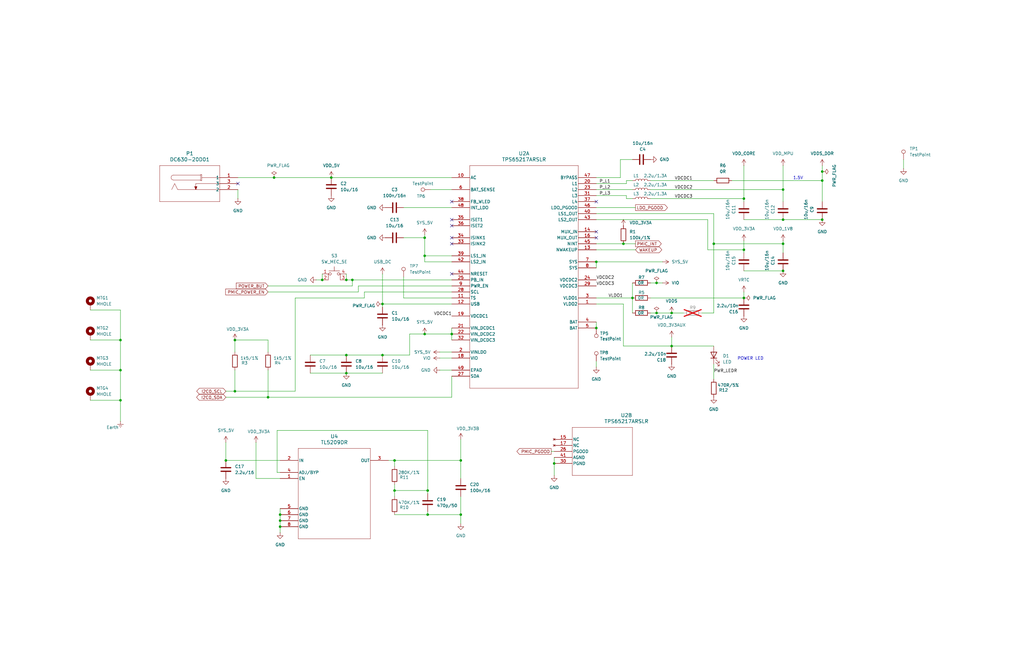
<source format=kicad_sch>
(kicad_sch (version 20231120) (generator "eeschema") (generator_version "8.0")
  (paper "B")
  (title_block (title "POWER MANAGEMENT"))
  (lib_symbols
    (symbol "2024-06-09_17-22-08:PJ-102A" (pin_names (offset 0.254))
      (property "Reference" "J" (at -20.32 10.16 0))
      (property "Value" "PJ-102A" (at -20.32 7.62 0))
      (symbol "PJ-102A_0_1"
        (pin unspecified line (at 0 0 180) (length 7.62) (name "1") (number "1"))
        (pin unspecified line (at 0 -5.08 180) (length 7.62) (name "2") (number "2"))
        (pin unspecified line (at 0 -2.54 180) (length 7.62) (name "3") (number "3"))
      )
    )
    (symbol "MT41K256M16TW-107_P:C" (pin_numbers hide) (pin_names (offset 0.254))
      (property "Reference" "C" (at 0.635 2.54 0))
      (property "Value" "C" (at 0.635 -2.54 0))
      (symbol "C_1_1"
        (pin passive line (at 0 3.81 270) (length 2.794) (name "~") (number "1"))
        (pin passive line (at 0 -3.81 90) (length 2.794) (name "~") (number "2"))
      )
    )
    (symbol "MT41K256M16TW-107_P:L" (pin_numbers hide) (pin_names (offset 1.016) hide)
      (property "Reference" "L" (at -1.27 0 90))
      (property "Value" "L" (at 1.905 0 90))
      (symbol "L_1_1"
        (pin passive line (at 0 3.81 270) (length 1.27) (name "1") (number "1"))
        (pin passive line (at 0 -3.81 90) (length 1.27) (name "2") (number "2"))
      )
    )
    (symbol "MT41K256M16TW-107_P:LED" (pin_numbers hide) (pin_names (offset 1.016) hide)
      (property "Reference" "D" (at 0 2.54 0))
      (property "Value" "LED" (at 0 -2.54 0))
      (symbol "LED_1_1"
        (pin passive line (at -3.81 0 0) (length 2.54) (name "K") (number "1"))
        (pin passive line (at 3.81 0 180) (length 2.54) (name "A") (number "2"))
      )
    )
    (symbol "MT41K256M16TW-107_P:R" (pin_numbers hide) (pin_names (offset 0))
      (property "Reference" "R" (at 2.032 0 90))
      (property "Value" "R" (at 0 0 90))
      (symbol "R_1_1"
        (pin passive line (at 0 3.81 270) (length 1.27) (name "~") (number "1"))
        (pin passive line (at 0 -3.81 90) (length 1.27) (name "~") (number "2"))
      )
    )
    (symbol "MT41K256M16TW-107_P:SW_MEC_5E" (pin_names (offset 1.016) hide)
      (property "Reference" "SW" (at 0.635 5.715 0))
      (property "Value" "SW_MEC_5E" (at 0 -3.175 0))
      (symbol "SW_MEC_5E_0_1"
        (pin passive line (at -5.08 2.54 0) (length 2.54) (name "1") (number "1"))
        (pin passive line (at -5.08 0 0) (length 2.54) (name "2") (number "2"))
        (pin passive line (at 5.08 0 180) (length 2.54) (name "K") (number "3"))
        (pin passive line (at 5.08 2.54 180) (length 2.54) (name "A") (number "4"))
      )
    )
    (symbol "MT41K256M16TW-107_P:TL5209DR" (pin_names (offset 0.254))
      (property "Reference" "U4" (at 22.86 10.16 0))
      (property "Value" "TL5209DR" (at 22.86 7.62 0))
      (symbol "TL5209DR_0_1"
        (pin input line (at 0 0 0) (length 7.62) (name "IN") (number "2"))
        (pin power_in line (at 0 -20.32 0) (length 7.62) (name "GND") (number "5"))
        (pin power_in line (at 0 -22.86 0) (length 7.62) (name "GND") (number "6"))
        (pin power_in line (at 0 -25.4 0) (length 7.62) (name "GND") (number "7"))
        (pin power_in line (at 0 -27.94 0) (length 7.62) (name "GND") (number "8"))
      )
      (symbol "TL5209DR_1_1"
        (pin input line (at 0 -7.62 0) (length 7.62) (name "EN") (number "1"))
        (pin power_out line (at 45.72 0 180) (length 7.62) (name "OUT") (number "3"))
        (pin input line (at 0 -5.08 0) (length 7.62) (name "ADJ/BYP") (number "4"))
      )
    )
    (symbol "MT41K256M16TW-107_P:TPS65217ARSLR" (pin_names (offset 0.254))
      (property "Reference" "U2" (at 30.48 10.16 0))
      (property "Value" "TPS65217ARSLR" (at 30.48 7.62 0))
      (symbol "TPS65217ARSLR_1_1"
        (pin power_out line (at 60.96 -53.34 180) (length 7.62) (name "VLDO2") (number "1"))
        (pin input line (at 0 0 0) (length 7.62) (name "AC") (number "10"))
        (pin input line (at 0 -50.8 0) (length 7.62) (name "TS") (number "11"))
        (pin input line (at 0 -53.34 0) (length 7.62) (name "USB") (number "12"))
        (pin output line (at 60.96 -30.48 180) (length 7.62) (name "NWAKEUP") (number "13"))
        (pin output line (at 60.96 -22.86 180) (length 7.62) (name "MUX_IN") (number "14"))
        (pin output line (at 60.96 -25.4 180) (length 7.62) (name "MUX_OUT") (number "16"))
        (pin input line (at 0 -76.2 0) (length 7.62) (name "VIO") (number "18"))
        (pin input line (at 0 -58.42 0) (length 7.62) (name "VDCDC1") (number "19"))
        (pin input line (at 0 -73.66 0) (length 7.62) (name "VINLDO") (number "2"))
        (pin output line (at 60.96 -2.54 180) (length 7.62) (name "L1") (number "20"))
        (pin input line (at 0 -63.5 0) (length 7.62) (name "VIN_DCDC1") (number "21"))
        (pin input line (at 0 -66.04 0) (length 7.62) (name "VIN_DCDC2") (number "22"))
        (pin output line (at 60.96 -5.08 180) (length 7.62) (name "L2") (number "23"))
        (pin power_out line (at 60.96 -43.18 180) (length 7.62) (name "VDCDC2") (number "24"))
        (pin input line (at 0 -43.18 0) (length 7.62) (name "PB_IN") (number "25"))
        (pin bidirectional line (at 0 -83.82 0) (length 7.62) (name "SDA") (number "27"))
        (pin input line (at 0 -48.26 0) (length 7.62) (name "SCL") (number "28"))
        (pin power_out line (at 60.96 -45.72 180) (length 7.62) (name "VDCDC3") (number "29"))
        (pin power_out line (at 60.96 -50.8 180) (length 7.62) (name "VLDO1") (number "3"))
        (pin output line (at 60.96 -7.62 180) (length 7.62) (name "L3") (number "31"))
        (pin input line (at 0 -68.58 0) (length 7.62) (name "VIN_DCDC3") (number "32"))
        (pin input line (at 0 -27.94 0) (length 7.62) (name "ISINK2") (number "33"))
        (pin input line (at 0 -25.4 0) (length 7.62) (name "ISINK1") (number "34"))
        (pin input line (at 0 -17.78 0) (length 7.62) (name "ISET1") (number "35"))
        (pin input line (at 0 -20.32 0) (length 7.62) (name "ISET2") (number "36"))
        (pin output line (at 60.96 -10.16 180) (length 7.62) (name "L4") (number "37"))
        (pin input line (at 0 -10.16 0) (length 7.62) (name "FB_WLED") (number "38"))
        (pin input line (at 0 -33.02 0) (length 7.62) (name "LS1_IN") (number "39"))
        (pin bidirectional line (at 60.96 -60.96 180) (length 7.62) (name "BAT") (number "4"))
        (pin power_out line (at 60.96 -15.24 180) (length 7.62) (name "LS1_OUT") (number "40"))
        (pin input line (at 0 -35.56 0) (length 7.62) (name "LS2_IN") (number "42"))
        (pin power_out line (at 60.96 -17.78 180) (length 7.62) (name "LS2_OUT") (number "43"))
        (pin input line (at 0 -40.64 0) (length 7.62) (name "NRESET") (number "44"))
        (pin output line (at 60.96 -27.94 180) (length 7.62) (name "NINT") (number "45"))
        (pin output line (at 60.96 -12.7 180) (length 7.62) (name "LDO_PGOOD") (number "46"))
        (pin output line (at 60.96 0 180) (length 7.62) (name "BYPASS") (number "47"))
        (pin output line (at 0 -12.7 0) (length 7.62) (name "INT_LDO") (number "48"))
        (pin power_in line (at 0 -81.28 0) (length 7.62) (name "EPAD") (number "49"))
        (pin bidirectional line (at 60.96 -63.5 180) (length 7.62) (name "BAT") (number "5"))
        (pin input line (at 0 -5.08 0) (length 7.62) (name "BAT_SENSE") (number "6"))
        (pin power_out line (at 60.96 -35.56 180) (length 7.62) (name "SYS") (number "7"))
        (pin power_out line (at 60.96 -38.1 180) (length 7.62) (name "SYS") (number "8"))
        (pin input line (at 0 -45.72 0) (length 7.62) (name "PWR_EN") (number "9"))
      )
      (symbol "TPS65217ARSLR_2_1"
        (pin no_connect line (at 0 0 0) (length 7.62) (name "NC") (number "15"))
        (pin no_connect line (at 0 -2.54 0) (length 7.62) (name "NC") (number "17"))
        (pin output line (at 0 -5.08 0) (length 7.62) (name "PGOOD") (number "26"))
        (pin power_in line (at 0 -10.16 0) (length 7.62) (name "PGND") (number "30"))
        (pin power_in line (at 0 -7.62 0) (length 7.62) (name "AGND") (number "41"))
      )
    )
    (symbol "MT41K256M16TW-107_P:TestPoint" (pin_numbers hide) (pin_names (offset 0.762) hide)
      (property "Reference" "TP" (at 0 6.858 0))
      (property "Value" "TestPoint" (at 0 5.08 0))
      (symbol "TestPoint_1_1"
        (pin passive line (at 0 0 90) (length 2.54) (name "1") (number "1"))
      )
    )
    (symbol "Mechanical:MountingHole_Pad" (pin_numbers hide) (pin_names (offset 1.016) hide) (exclude_from_sim yes) (in_bom no)
      (property "Reference" "H" (at 0 6.35 0))
      (property "Value" "MountingHole_Pad" (at 0 4.445 0))
      (symbol "MountingHole_Pad_1_1"
        (pin input line (at 0 -2.54 90) (length 2.54) (name "1") (number "1"))
      )
    )
    (symbol "TPS65217ARSLR_1" (pin_names (offset 0.254))
      (property "Reference" "U2" (at 30.48 10.16 0))
      (property "Value" "TPS65217ARSLR" (at 30.48 7.62 0))
      (symbol "TPS65217ARSLR_1_1_1"
        (pin power_out line (at 60.96 -53.34 180) (length 7.62) (name "VLDO2") (number "1"))
        (pin input line (at 0 0 0) (length 7.62) (name "AC") (number "10"))
        (pin input line (at 0 -50.8 0) (length 7.62) (name "TS") (number "11"))
        (pin input line (at 0 -53.34 0) (length 7.62) (name "USB") (number "12"))
        (pin output line (at 60.96 -30.48 180) (length 7.62) (name "NWAKEUP") (number "13"))
        (pin output line (at 60.96 -22.86 180) (length 7.62) (name "MUX_IN") (number "14"))
        (pin output line (at 60.96 -25.4 180) (length 7.62) (name "MUX_OUT") (number "16"))
        (pin input line (at 0 -76.2 0) (length 7.62) (name "VIO") (number "18"))
        (pin input line (at 0 -58.42 0) (length 7.62) (name "VDCDC1") (number "19"))
        (pin input line (at 0 -73.66 0) (length 7.62) (name "VINLDO") (number "2"))
        (pin output line (at 60.96 -2.54 180) (length 7.62) (name "L1") (number "20"))
        (pin input line (at 0 -63.5 0) (length 7.62) (name "VIN_DCDC1") (number "21"))
        (pin input line (at 0 -66.04 0) (length 7.62) (name "VIN_DCDC2") (number "22"))
        (pin output line (at 60.96 -5.08 180) (length 7.62) (name "L2") (number "23"))
        (pin power_out line (at 60.96 -43.18 180) (length 7.62) (name "VDCDC2") (number "24"))
        (pin input line (at 0 -43.18 0) (length 7.62) (name "PB_IN") (number "25"))
        (pin bidirectional line (at 0 -83.82 0) (length 7.62) (name "SDA") (number "27"))
        (pin input line (at 0 -48.26 0) (length 7.62) (name "SCL") (number "28"))
        (pin power_out line (at 60.96 -45.72 180) (length 7.62) (name "VDCDC3") (number "29"))
        (pin power_out line (at 60.96 -50.8 180) (length 7.62) (name "VLDO1") (number "3"))
        (pin output line (at 60.96 -7.62 180) (length 7.62) (name "L3") (number "31"))
        (pin input line (at 0 -68.58 0) (length 7.62) (name "VIN_DCDC3") (number "32"))
        (pin input line (at 0 -27.94 0) (length 7.62) (name "ISINK2") (number "33"))
        (pin input line (at 0 -25.4 0) (length 7.62) (name "ISINK1") (number "34"))
        (pin input line (at 0 -17.78 0) (length 7.62) (name "ISET1") (number "35"))
        (pin input line (at 0 -20.32 0) (length 7.62) (name "ISET2") (number "36"))
        (pin output line (at 60.96 -10.16 180) (length 7.62) (name "L4") (number "37"))
        (pin input line (at 0 -10.16 0) (length 7.62) (name "FB_WLED") (number "38"))
        (pin input line (at 0 -33.02 0) (length 7.62) (name "LS1_IN") (number "39"))
        (pin bidirectional line (at 60.96 -60.96 180) (length 7.62) (name "BAT") (number "4"))
        (pin power_out line (at 60.96 -15.24 180) (length 7.62) (name "LS1_OUT") (number "40"))
        (pin input line (at 0 -35.56 0) (length 7.62) (name "LS2_IN") (number "42"))
        (pin power_out line (at 60.96 -17.78 180) (length 7.62) (name "LS2_OUT") (number "43"))
        (pin input line (at 0 -40.64 0) (length 7.62) (name "NRESET") (number "44"))
        (pin output line (at 60.96 -27.94 180) (length 7.62) (name "NINT") (number "45"))
        (pin output line (at 60.96 -12.7 180) (length 7.62) (name "LDO_PGOOD") (number "46"))
        (pin output line (at 60.96 0 180) (length 7.62) (name "BYPASS") (number "47"))
        (pin output line (at 0 -12.7 0) (length 7.62) (name "INT_LDO") (number "48"))
        (pin power_in line (at 0 -81.28 0) (length 7.62) (name "EPAD") (number "49"))
        (pin bidirectional line (at 60.96 -63.5 180) (length 7.62) (name "BAT") (number "5"))
        (pin input line (at 0 -5.08 0) (length 7.62) (name "BAT_SENSE") (number "6"))
        (pin power_out line (at 60.96 -35.56 180) (length 7.62) (name "SYS") (number "7"))
        (pin power_out line (at 60.96 -38.1 180) (length 7.62) (name "SYS") (number "8"))
        (pin input line (at 0 -45.72 0) (length 7.62) (name "PWR_EN") (number "9"))
      )
      (symbol "TPS65217ARSLR_1_2_1"
        (pin no_connect line (at 0 0 0) (length 7.62) (name "NC") (number "15"))
        (pin no_connect line (at 0 -2.54 0) (length 7.62) (name "NC") (number "17"))
        (pin output line (at 0 -5.08 0) (length 7.62) (name "PGOOD") (number "26"))
        (pin power_in line (at 0 -10.16 0) (length 7.62) (name "PGND") (number "30"))
        (pin power_in line (at 0 -7.62 0) (length 7.62) (name "AGND") (number "41"))
      )
    )
    (symbol "power:Earth" (power) (pin_numbers hide) (pin_names (offset 0) hide)
      (property "Value" "Earth" (at 0 -3.81 0))
      (symbol "Earth_1_1"
        (pin power_in line (at 0 0 270) (length 0) (name "~") (number "1"))
      )
    )
    (symbol "power:GND" (power) (pin_numbers hide) (pin_names (offset 0) hide)
      (property "Value" "GND" (at 0 -3.81 0))
      (symbol "GND_1_1"
        (pin power_in line (at 0 0 270) (length 0) (name "~") (number "1"))
      )
    )
    (symbol "power:PWR_FLAG" (power) (pin_numbers hide) (pin_names (offset 0) hide)
      (property "Value" "PWR_FLAG" (at 0 3.81 0))
      (symbol "PWR_FLAG_0_0"
        (pin power_out line (at 0 0 90) (length 0) (name "~") (number "1"))
      )
    )
    (symbol "power:VD" (power) (pin_numbers hide) (pin_names (offset 0) hide)
      (property "Value" "VD" (at 0 3.556 0))
      (symbol "VD_1_1"
        (pin power_in line (at 0 0 90) (length 0) (name "~") (number "1"))
      )
    )
  )
  (junction (at 346.71 76.2))
  (junction (at 251.46 138.43))
  (junction (at 50.8 143.51))
  (junction (at 283.21 146.05))
  (junction (at 300.99 102.87))
  (junction (at 50.8 168.91))
  (junction (at 330.2 102.87))
  (junction (at 346.71 92.71))
  (junction (at 283.21 132.08))
  (junction (at 113.03 167.64))
  (junction (at 313.69 105.41))
  (junction (at 194.31 194.31))
  (junction (at 148.59 118.11))
  (junction (at 179.07 107.95))
  (junction (at 194.31 217.17))
  (junction (at 99.06 143.51))
  (junction (at 146.05 149.86))
  (junction (at 313.69 125.73))
  (junction (at 330.2 80.01))
  (junction (at 262.89 102.87))
  (junction (at 180.34 207.01))
  (junction (at 118.11 217.17))
  (junction (at 139.7 74.93))
  (junction (at 118.11 222.25))
  (junction (at 166.37 194.31))
  (junction (at 276.86 132.08))
  (junction (at 146.05 118.11))
  (junction (at 115.57 74.93))
  (junction (at 313.69 83.82))
  (junction (at 166.37 207.01))
  (junction (at 190.5 140.97))
  (junction (at 95.25 194.31))
  (junction (at 330.2 92.71))
  (junction (at 50.8 156.21))
  (junction (at 251.46 110.49))
  (junction (at 276.86 119.38))
  (junction (at 180.34 217.17))
  (junction (at 266.7 125.73))
  (junction (at 118.11 219.71))
  (junction (at 179.07 100.33))
  (junction (at 346.71 72.39))
  (junction (at 99.06 165.1))
  (junction (at 161.29 128.27))
  (junction (at 330.2 114.3))
  (junction (at 135.89 118.11))
  (junction (at 233.68 195.58))
  (junction (at 161.29 149.86))
  (junction (at 146.05 157.48))
  (junction (at 179.07 140.97))
  (no_connect (at 190.5 92.71))
  (no_connect (at 190.5 115.57))
  (no_connect (at 251.46 85.09))
  (no_connect (at 190.5 95.25))
  (no_connect (at 190.5 100.33))
  (no_connect (at 100.33 77.47))
  (no_connect (at 251.46 100.33))
  (no_connect (at 190.5 85.09))
  (no_connect (at 190.5 102.87))
  (no_connect (at 251.46 97.79))
  (wire (pts (xy 251.46 128.27) (xy 262.89 128.27)))
  (wire (pts (xy 179.07 99.06) (xy 179.07 100.33)))
  (wire (pts (xy 190.5 120.65) (xy 151.13 120.65)))
  (wire (pts (xy 346.71 72.39) (xy 346.71 76.2)))
  (wire (pts (xy 313.69 123.19) (xy 313.69 125.73)))
  (wire (pts (xy 146.05 149.86) (xy 161.29 149.86)))
  (wire (pts (xy 185.42 151.13) (xy 190.5 151.13)))
  (wire (pts (xy 264.16 83.82) (xy 264.16 82.55)))
  (wire (pts (xy 116.84 181.61) (xy 180.34 181.61)))
  (wire (pts (xy 190.5 123.19) (xy 153.67 123.19)))
  (wire (pts (xy 300.99 90.17) (xy 300.99 102.87)))
  (wire (pts (xy 115.57 74.93) (xy 139.7 74.93)))
  (wire (pts (xy 346.71 76.2) (xy 346.71 85.09)))
  (wire (pts (xy 50.8 156.21) (xy 50.8 168.91)))
  (wire (pts (xy 330.2 92.71) (xy 346.71 92.71)))
  (wire (pts (xy 274.32 119.38) (xy 276.86 119.38)))
  (wire (pts (xy 264.16 82.55) (xy 251.46 82.55)))
  (wire (pts (xy 261.62 74.93) (xy 251.46 74.93)))
  (wire (pts (xy 194.31 185.42) (xy 194.31 194.31)))
  (wire (pts (xy 179.07 100.33) (xy 170.18 100.33)))
  (wire (pts (xy 266.7 119.38) (xy 266.7 125.73)))
  (wire (pts (xy 251.46 135.89) (xy 251.46 138.43)))
  (wire (pts (xy 146.05 115.57) (xy 146.05 118.11)))
  (wire (pts (xy 262.89 128.27) (xy 262.89 146.05)))
  (wire (pts (xy 179.07 140.97) (xy 190.5 140.97)))
  (wire (pts (xy 113.03 156.21) (xy 113.03 167.64)))
  (wire (pts (xy 266.7 125.73) (xy 266.7 132.08)))
  (wire (pts (xy 161.29 128.27) (xy 161.29 129.54)))
  (wire (pts (xy 95.25 186.69) (xy 95.25 194.31)))
  (wire (pts (xy 330.2 69.85) (xy 330.2 80.01)))
  (wire (pts (xy 166.37 194.31) (xy 166.37 196.85)))
  (wire (pts (xy 251.46 105.41) (xy 267.97 105.41)))
  (wire (pts (xy 251.46 152.4) (xy 251.46 154.94)))
  (wire (pts (xy 190.5 167.64) (xy 113.03 167.64)))
  (wire (pts (xy 118.11 199.39) (xy 116.84 199.39)))
  (wire (pts (xy 179.07 110.49) (xy 179.07 107.95)))
  (wire (pts (xy 113.03 167.64) (xy 95.25 167.64)))
  (wire (pts (xy 194.31 194.31) (xy 166.37 194.31)))
  (wire (pts (xy 124.46 125.73) (xy 124.46 165.1)))
  (wire (pts (xy 116.84 199.39) (xy 116.84 181.61)))
  (wire (pts (xy 276.86 119.38) (xy 279.4 119.38)))
  (wire (pts (xy 113.03 143.51) (xy 113.03 148.59)))
  (wire (pts (xy 180.34 207.01) (xy 166.37 207.01)))
  (wire (pts (xy 313.69 69.85) (xy 313.69 83.82)))
  (wire (pts (xy 38.1 130.81) (xy 50.8 130.81)))
  (wire (pts (xy 190.5 158.75) (xy 190.5 167.64)))
  (wire (pts (xy 264.16 77.47) (xy 251.46 77.47)))
  (wire (pts (xy 180.34 208.28) (xy 180.34 207.01)))
  (wire (pts (xy 181.61 80.01) (xy 190.5 80.01)))
  (wire (pts (xy 113.03 120.65) (xy 148.59 120.65)))
  (wire (pts (xy 300.99 153.67) (xy 300.99 160.02)))
  (wire (pts (xy 95.25 194.31) (xy 118.11 194.31)))
  (wire (pts (xy 50.8 130.81) (xy 50.8 143.51)))
  (wire (pts (xy 283.21 146.05) (xy 300.99 146.05)))
  (wire (pts (xy 190.5 110.49) (xy 179.07 110.49)))
  (wire (pts (xy 172.72 149.86) (xy 172.72 140.97)))
  (wire (pts (xy 251.46 92.71) (xy 298.45 92.71)))
  (wire (pts (xy 330.2 102.87) (xy 330.2 106.68)))
  (wire (pts (xy 118.11 217.17) (xy 118.11 219.71)))
  (wire (pts (xy 100.33 80.01) (xy 100.33 83.82)))
  (wire (pts (xy 330.2 80.01) (xy 274.32 80.01)))
  (wire (pts (xy 190.5 138.43) (xy 190.5 140.97)))
  (wire (pts (xy 166.37 204.47) (xy 166.37 207.01)))
  (wire (pts (xy 107.95 186.69) (xy 107.95 201.93)))
  (wire (pts (xy 170.18 87.63) (xy 190.5 87.63)))
  (wire (pts (xy 170.18 116.84) (xy 170.18 125.73)))
  (wire (pts (xy 153.67 123.19) (xy 153.67 125.73)))
  (wire (pts (xy 161.29 115.57) (xy 161.29 128.27)))
  (wire (pts (xy 266.7 76.2) (xy 264.16 76.2)))
  (wire (pts (xy 135.89 115.57) (xy 135.89 118.11)))
  (wire (pts (xy 100.33 74.93) (xy 115.57 74.93)))
  (wire (pts (xy 262.89 102.87) (xy 267.97 102.87)))
  (wire (pts (xy 274.32 125.73) (xy 313.69 125.73)))
  (wire (pts (xy 99.06 156.21) (xy 99.06 165.1)))
  (wire (pts (xy 330.2 101.6) (xy 330.2 102.87)))
  (wire (pts (xy 180.34 217.17) (xy 194.31 217.17)))
  (wire (pts (xy 133.35 118.11) (xy 135.89 118.11)))
  (wire (pts (xy 118.11 214.63) (xy 118.11 217.17)))
  (wire (pts (xy 251.46 110.49) (xy 251.46 113.03)))
  (wire (pts (xy 118.11 222.25) (xy 118.11 224.79)))
  (wire (pts (xy 190.5 128.27) (xy 161.29 128.27)))
  (wire (pts (xy 130.81 157.48) (xy 146.05 157.48)))
  (wire (pts (xy 130.81 149.86) (xy 146.05 149.86)))
  (wire (pts (xy 99.06 148.59) (xy 99.06 143.51)))
  (wire (pts (xy 146.05 157.48) (xy 161.29 157.48)))
  (wire (pts (xy 194.31 217.17) (xy 194.31 209.55)))
  (wire (pts (xy 313.69 114.3) (xy 330.2 114.3)))
  (wire (pts (xy 148.59 118.11) (xy 148.59 120.65)))
  (wire (pts (xy 190.5 125.73) (xy 170.18 125.73)))
  (wire (pts (xy 251.46 87.63) (xy 267.97 87.63)))
  (wire (pts (xy 274.32 132.08) (xy 276.86 132.08)))
  (wire (pts (xy 313.69 85.09) (xy 313.69 83.82)))
  (wire (pts (xy 194.31 220.98) (xy 194.31 217.17)))
  (wire (pts (xy 251.46 90.17) (xy 300.99 90.17)))
  (wire (pts (xy 161.29 149.86) (xy 172.72 149.86)))
  (wire (pts (xy 180.34 181.61) (xy 180.34 207.01)))
  (wire (pts (xy 190.5 140.97) (xy 190.5 143.51)))
  (wire (pts (xy 276.86 132.08) (xy 283.21 132.08)))
  (wire (pts (xy 266.7 83.82) (xy 264.16 83.82)))
  (wire (pts (xy 381 71.12) (xy 381 67.31)))
  (wire (pts (xy 261.62 67.31) (xy 261.62 74.93)))
  (wire (pts (xy 233.68 193.04) (xy 233.68 195.58)))
  (wire (pts (xy 298.45 105.41) (xy 313.69 105.41)))
  (wire (pts (xy 346.71 69.85) (xy 346.71 72.39)))
  (wire (pts (xy 166.37 194.31) (xy 163.83 194.31)))
  (wire (pts (xy 172.72 140.97) (xy 179.07 140.97)))
  (wire (pts (xy 185.42 148.59) (xy 190.5 148.59)))
  (wire (pts (xy 313.69 105.41) (xy 313.69 106.68)))
  (wire (pts (xy 274.32 76.2) (xy 300.99 76.2)))
  (wire (pts (xy 264.16 76.2) (xy 264.16 77.47)))
  (wire (pts (xy 139.7 74.93) (xy 190.5 74.93)))
  (wire (pts (xy 113.03 123.19) (xy 151.13 123.19)))
  (wire (pts (xy 313.69 101.6) (xy 313.69 105.41)))
  (wire (pts (xy 153.67 125.73) (xy 124.46 125.73)))
  (wire (pts (xy 148.59 118.11) (xy 190.5 118.11)))
  (wire (pts (xy 313.69 92.71) (xy 330.2 92.71)))
  (wire (pts (xy 313.69 83.82) (xy 274.32 83.82)))
  (wire (pts (xy 99.06 143.51) (xy 113.03 143.51)))
  (wire (pts (xy 251.46 125.73) (xy 266.7 125.73)))
  (wire (pts (xy 38.1 156.21) (xy 50.8 156.21)))
  (wire (pts (xy 283.21 142.24) (xy 283.21 146.05)))
  (wire (pts (xy 185.42 156.21) (xy 190.5 156.21)))
  (wire (pts (xy 107.95 201.93) (xy 118.11 201.93)))
  (wire (pts (xy 166.37 217.17) (xy 180.34 217.17)))
  (wire (pts (xy 251.46 102.87) (xy 262.89 102.87)))
  (wire (pts (xy 295.91 132.08) (xy 300.99 132.08)))
  (wire (pts (xy 298.45 92.71) (xy 298.45 105.41)))
  (wire (pts (xy 232.41 190.5) (xy 233.68 190.5)))
  (wire (pts (xy 151.13 120.65) (xy 151.13 123.19)))
  (wire (pts (xy 99.06 165.1) (xy 124.46 165.1)))
  (wire (pts (xy 179.07 107.95) (xy 190.5 107.95)))
  (wire (pts (xy 261.62 67.31) (xy 266.7 67.31)))
  (wire (pts (xy 180.34 217.17) (xy 180.34 215.9)))
  (wire (pts (xy 300.99 102.87) (xy 300.99 132.08)))
  (wire (pts (xy 251.46 110.49) (xy 279.4 110.49)))
  (wire (pts (xy 233.68 195.58) (xy 233.68 200.66)))
  (wire (pts (xy 38.1 143.51) (xy 50.8 143.51)))
  (wire (pts (xy 308.61 76.2) (xy 346.71 76.2)))
  (wire (pts (xy 146.05 118.11) (xy 148.59 118.11)))
  (wire (pts (xy 330.2 85.09) (xy 330.2 80.01)))
  (wire (pts (xy 95.25 165.1) (xy 99.06 165.1)))
  (wire (pts (xy 166.37 207.01) (xy 166.37 209.55)))
  (wire (pts (xy 179.07 107.95) (xy 179.07 100.33)))
  (wire (pts (xy 300.99 102.87) (xy 330.2 102.87)))
  (wire (pts (xy 251.46 80.01) (xy 266.7 80.01)))
  (wire (pts (xy 50.8 143.51) (xy 50.8 156.21)))
  (wire (pts (xy 118.11 219.71) (xy 118.11 222.25)))
  (wire (pts (xy 38.1 168.91) (xy 50.8 168.91)))
  (wire (pts (xy 283.21 132.08) (xy 288.29 132.08)))
  (wire (pts (xy 194.31 194.31) (xy 194.31 201.93)))
  (wire (pts (xy 262.89 146.05) (xy 283.21 146.05)))
  (wire (pts (xy 50.8 168.91) (xy 50.8 177.8)))
  (text "1.5V" (at 336.55 75.184 0) (effects (font (size 1.27 1.27))))
  (text "POWER LED" (at 316.484 151.384 0) (effects (font (size 1.27 1.27))))
  (label "VDCDC3" (at 251.46 120.65 0))
  (label "VLDO1" (at 256.54 125.73 0))
  (label "VDCDC2" (at 251.46 118.11 0))
  (label "VDCDC2" (at 284.48 80.01 0))
  (label "P_L3" (at 252.73 82.55 0))
  (label "P_L2" (at 252.73 80.01 0))
  (label "P_L1" (at 252.73 77.47 0))
  (label "VDCDC1" (at 190.5 133.35 180))
  (label "VDCDC1" (at 284.48 76.2 0))
  (label "PWR_LEDR" (at 300.99 157.48 0))
  (label "VDCDC3" (at 284.48 83.82 0))
  (global_label "LDO_PGOOD" (shape output) (at 267.97 87.63 0) (property "Intersheetrefs" "${INTERSHEET_REFS}" (effects (hide yes))))
  (global_label "PMIC_PGOOD" (shape output) (at 232.41 190.5 180) (property "Intersheetrefs" "${INTERSHEET_REFS}" (effects (hide yes))))
  (global_label "PMIC_POWER_EN" (shape input) (at 113.03 123.19 180) (property "Intersheetrefs" "${INTERSHEET_REFS}" (effects (hide yes))))
  (global_label "PMIC_INT" (shape output) (at 267.97 102.87 0) (property "Intersheetrefs" "${INTERSHEET_REFS}" (effects (hide yes))))
  (global_label "I2C0_SCL" (shape bidirectional) (at 95.25 165.1 180) (property "Intersheetrefs" "${INTERSHEET_REFS}" (effects (hide yes))))
  (global_label "POWER_BUT" (shape input) (at 113.03 120.65 180) (property "Intersheetrefs" "${INTERSHEET_REFS}" (effects (hide yes))))
  (global_label "WAKEUP" (shape bidirectional) (at 267.97 105.41 0) (property "Intersheetrefs" "${INTERSHEET_REFS}" (effects (hide yes))))
  (global_label "I2C0_SDA" (shape bidirectional) (at 95.25 167.64 180) (property "Intersheetrefs" "${INTERSHEET_REFS}" (effects (hide yes))))
  (symbol (lib_id "MT41K256M16TW-107_P:TPS65217ARSLR") (at 190.5 74.93 0) (unit 1)
    (property "Reference" "U2" (at 220.98 64.77 0) (effects (font (size 1.524 1.524))))
    (property "Value" "TPS65217ARSLR" (at 220.98 67.31 0) (effects (font (size 1.524 1.524))))
    (property "Footprint" "footprints:RSL48_4P05X4P05" (effects (hide yes)))
    (property "Datasheet" "TPS65217ARSLR" (effects (hide yes)))
  )
  (symbol (lib_id "power:GND") (at 330.2 114.3 0) (unit 1)
    (property "Reference" "#PWR015" (effects (hide yes)))
    (property "Value" "GND" (at 330.2 119.38 0))
    (property "Description" "Power symbol creates a global label with name \"GND\" , ground" (effects (hide yes)))
  )
  (symbol (lib_id "MT41K256M16TW-107_P:C") (at 194.31 205.74 0) (unit 1)
    (property "Reference" "C20" (at 198.12 204.4699 0) (effects (justify left)))
    (property "Value" "100n/16" (at 198.12 207.0099 0) (effects (justify left)))
    (property "Footprint" "Capacitor_SMD:C_0402_1005Metric" (effects (hide yes)))
    (property "Description" "Unpolarized capacitor" (effects (hide yes)))
  )
  (symbol (lib_id "MT41K256M16TW-107_P:C") (at 139.7 78.74 0) (unit 1)
    (property "Reference" "C2" (at 143.51 77.4699 0) (effects (justify left)))
    (property "Value" "10u/16" (at 143.51 80.0099 0) (effects (justify left)))
    (property "Footprint" "Capacitor_SMD:C_0805_2012Metric" (effects (hide yes)))
    (property "Description" "Unpolarized capacitor" (effects (hide yes)))
  )
  (symbol (lib_id "power:VD") (at 283.21 132.08 0) (unit 1)
    (property "Reference" "#PWR028" (effects (hide yes)))
    (property "Value" "VDDS" (at 283.21 127 0))
    (property "Description" "Power symbol creates a global label with name \"VD\"" (effects (hide yes)))
  )
  (symbol (lib_id "MT41K256M16TW-107_P:TestPoint") (at 381 67.31 0) (unit 1)
    (property "Reference" "TP1" (at 383.54 62.7379 0) (effects (justify left)))
    (property "Value" "TestPoint" (at 383.54 65.2779 0) (effects (justify left)))
    (property "Footprint" "TestPoint:TestPoint_Pad_D1.0mm" (effects (hide yes)))
    (property "Description" "test point" (effects (hide yes)))
  )
  (symbol (lib_id "MT41K256M16TW-107_P:R") (at 166.37 200.66 180) (unit 1)
    (property "Reference" "R11" (at 170.434 201.422 0))
    (property "Value" "280K/1%" (at 172.466 199.39 0))
    (property "Footprint" "Resistor_SMD:R_0402_1005Metric" (effects (hide yes)))
    (property "Description" "Resistor" (effects (hide yes)))
  )
  (symbol (lib_id "Mechanical:MountingHole_Pad") (at 38.1 128.27 0) (unit 1) (exclude_from_sim yes) (in_bom no)
    (property "Reference" "MTG1" (at 40.64 125.7299 0) (effects (justify left)))
    (property "Value" "MHOLE" (at 40.64 128.2699 0) (effects (justify left)))
    (property "Footprint" "MountingHole:MountingHole_2.5mm_Pad_TopBottom" (effects (hide yes)))
    (property "Description" "Mounting Hole with connection" (effects (hide yes)))
  )
  (symbol (lib_id "power:VD") (at 346.71 69.85 0) (unit 1)
    (property "Reference" "#PWR09" (effects (hide yes)))
    (property "Value" "VDDS_DDR" (at 346.71 64.77 0))
    (property "Description" "Power symbol creates a global label with name \"VD\"" (effects (hide yes)))
  )
  (symbol (lib_id "MT41K256M16TW-107_P:R") (at 292.1 132.08 90) (unit 1) (dnp yes)
    (property "Reference" "R9" (at 292.1 129.794 90))
    (property "Value" "0R" (at 291.846 132.08 90))
    (property "Footprint" "Resistor_SMD:R_0402_1005Metric" (effects (hide yes)))
    (property "Description" "Resistor" (effects (hide yes)))
  )
  (symbol (lib_id "power:GND") (at 346.71 92.71 0) (unit 1)
    (property "Reference" "#PWR010" (effects (hide yes)))
    (property "Value" "GND" (at 346.71 97.79 0))
    (property "Description" "Power symbol creates a global label with name \"GND\" , ground" (effects (hide yes)))
  )
  (symbol (lib_id "MT41K256M16TW-107_P:C") (at 313.69 88.9 180) (unit 1)
    (property "Reference" "C11" (at 309.372 88.392 90))
    (property "Value" "10u/16n" (at 306.832 88.392 90))
    (property "Footprint" "Capacitor_SMD:C_0805_2012Metric" (effects (hide yes)))
    (property "Description" "Unpolarized capacitor" (effects (hide yes)))
  )
  (symbol (lib_id "MT41K256M16TW-107_P:L") (at 270.51 76.2 90) (unit 1)
    (property "Reference" "L1" (at 268.224 74.168 90))
    (property "Value" "2.2u/1.3A" (at 276.352 74.168 90))
    (property "Footprint" "Inductor_SMD:L_1008_2520Metric" (effects (hide yes)))
    (property "Description" "Inductor" (effects (hide yes)))
  )
  (symbol (lib_id "power:GND") (at 118.11 224.79 0) (unit 1)
    (property "Reference" "#PWR058" (effects (hide yes)))
    (property "Value" "GND" (at 118.11 229.87 0))
    (property "Description" "Power symbol creates a global label with name \"GND\" , ground" (effects (hide yes)))
  )
  (symbol (lib_id "MT41K256M16TW-107_P:C") (at 283.21 149.86 180) (unit 1)
    (property "Reference" "C18" (at 278.892 151.892 0))
    (property "Value" "2.2u/10n" (at 276.352 149.352 0))
    (property "Footprint" "Capacitor_SMD:C_0402_1005Metric" (effects (hide yes)))
    (property "Description" "Unpolarized capacitor" (effects (hide yes)))
  )
  (symbol (lib_id "MT41K256M16TW-107_P:R") (at 270.51 125.73 90) (unit 1)
    (property "Reference" "R5" (at 270.51 123.444 90))
    (property "Value" "0R" (at 270.256 125.73 90))
    (property "Footprint" "Resistor_SMD:R_0402_1005Metric" (effects (hide yes)))
    (property "Description" "Resistor" (effects (hide yes)))
  )
  (symbol (lib_id "power:PWR_FLAG") (at 161.29 128.27 90) (unit 1)
    (property "Reference" "#FLG03" (effects (hide yes)))
    (property "Value" "PWR_FLAG" (at 158.242 129.032 90) (effects (justify left)))
    (property "Description" "Special symbol for telling ERC where power comes from" (effects (hide yes)))
  )
  (symbol (lib_id "power:VD") (at 313.69 101.6 0) (unit 1)
    (property "Reference" "#PWR014" (effects (hide yes)))
    (property "Value" "VDD_3V3A" (at 313.69 96.52 0))
    (property "Description" "Power symbol creates a global label with name \"VD\"" (effects (hide yes)))
  )
  (symbol (lib_id "power:VD") (at 185.42 148.59 90) (unit 1)
    (property "Reference" "#PWR020" (effects (hide yes)))
    (property "Value" "SYS_5V" (at 181.61 148.5899 90) (effects (justify left)))
    (property "Description" "Power symbol creates a global label with name \"VD\"" (effects (hide yes)))
  )
  (symbol (lib_id "power:PWR_FLAG") (at 313.69 125.73 270) (unit 1)
    (property "Reference" "#FLG06" (effects (hide yes)))
    (property "Value" "PWR_FLAG" (at 317.5 125.7299 90) (effects (justify left)))
    (property "Description" "Special symbol for telling ERC where power comes from" (effects (hide yes)))
  )
  (symbol (lib_id "MT41K256M16TW-107_P:R") (at 113.03 152.4 180) (unit 1)
    (property "Reference" "R4" (at 117.094 153.162 0))
    (property "Value" "1k5/1%" (at 119.126 151.13 0))
    (property "Footprint" "Resistor_SMD:R_0402_1005Metric" (effects (hide yes)))
    (property "Description" "Resistor" (effects (hide yes)))
  )
  (symbol (lib_id "power:GND") (at 233.68 200.66 0) (unit 1)
    (property "Reference" "#PWR032" (effects (hide yes)))
    (property "Value" "GND" (at 233.68 205.74 0))
    (property "Description" "Power symbol creates a global label with name \"GND\" , ground" (effects (hide yes)))
  )
  (symbol (lib_id "power:VD") (at 279.4 110.49 270) (unit 1)
    (property "Reference" "#PWR016" (effects (hide yes)))
    (property "Value" "SYS_5V" (at 283.21 110.4899 90) (effects (justify left)))
    (property "Description" "Power symbol creates a global label with name \"VD\"" (effects (hide yes)))
  )
  (symbol (lib_id "MT41K256M16TW-107_P:TestPoint") (at 181.61 80.01 90) (unit 1)
    (property "Reference" "TP6" (at 177.546 82.804 90))
    (property "Value" "TestPoint" (at 178.308 77.47 90))
    (property "Footprint" "TestPoint:TestPoint_Pad_D1.0mm" (effects (hide yes)))
    (property "Description" "test point" (effects (hide yes)))
  )
  (symbol (lib_id "power:VD") (at 161.29 115.57 0) (unit 1)
    (property "Reference" "#PWR02" (effects (hide yes)))
    (property "Value" "USB_DC" (at 161.29 110.49 0))
    (property "Description" "Power symbol creates a global label with name \"VD\"" (effects (hide yes)))
  )
  (symbol (lib_id "power:VD") (at 179.07 99.06 0) (unit 1)
    (property "Reference" "#PWR019" (effects (hide yes)))
    (property "Value" "SYS_5V" (at 179.07 93.98 0))
    (property "Description" "Power symbol creates a global label with name \"VD\"" (effects (hide yes)))
  )
  (symbol (lib_id "power:VD") (at 330.2 69.85 0) (unit 1)
    (property "Reference" "#PWR011" (effects (hide yes)))
    (property "Value" "VDD_MPU" (at 330.2 64.77 0))
    (property "Description" "Power symbol creates a global label with name \"VD\"" (effects (hide yes)))
  )
  (symbol (lib_id "MT41K256M16TW-107_P:LED") (at 300.99 149.86 90) (unit 1)
    (property "Reference" "D1" (at 304.8 150.1774 90) (effects (justify right)))
    (property "Value" "LED" (at 304.8 152.7174 90) (effects (justify right)))
    (property "Footprint" "LED_SMD:LED_0603_1608Metric" (effects (hide yes)))
    (property "Description" "Light emitting diode" (effects (hide yes)))
  )
  (symbol (lib_id "power:GND") (at 381 71.12 0) (unit 1)
    (property "Reference" "#PWR0214" (effects (hide yes)))
    (property "Value" "GND" (at 381 76.2 0))
    (property "Description" "Power symbol creates a global label with name \"GND\" , ground" (effects (hide yes)))
  )
  (symbol (lib_id "MT41K256M16TW-107_P:R") (at 304.8 76.2 90) (unit 1)
    (property "Reference" "R6" (at 304.8 69.85 90))
    (property "Value" "0R" (at 304.8 72.39 90))
    (property "Footprint" "Resistor_SMD:R_0402_1005Metric" (effects (hide yes)))
    (property "Description" "Resistor" (effects (hide yes)))
  )
  (symbol (lib_id "power:GND") (at 300.99 167.64 0) (unit 1)
    (property "Reference" "#PWR030" (effects (hide yes)))
    (property "Value" "GND" (at 300.99 172.72 0))
    (property "Description" "Power symbol creates a global label with name \"GND\" , ground" (effects (hide yes)))
  )
  (symbol (lib_id "power:GND") (at 185.42 156.21 270) (unit 1)
    (property "Reference" "#PWR023" (effects (hide yes)))
    (property "Value" "GND" (at 181.61 156.2099 90) (effects (justify right)))
    (property "Description" "Power symbol creates a global label with name \"GND\" , ground" (effects (hide yes)))
  )
  (symbol (lib_id "power:PWR_FLAG") (at 115.57 74.93 0) (unit 1)
    (property "Reference" "#FLG02" (effects (hide yes)))
    (property "Value" "PWR_FLAG" (at 112.522 69.85 0) (effects (justify left)))
    (property "Description" "Special symbol for telling ERC where power comes from" (effects (hide yes)))
  )
  (symbol (lib_id "MT41K256M16TW-107_P:R") (at 166.37 213.36 180) (unit 1)
    (property "Reference" "R10" (at 170.434 214.122 0))
    (property "Value" "470K/1%" (at 172.466 212.09 0))
    (property "Footprint" "Resistor_SMD:R_0402_1005Metric" (effects (hide yes)))
    (property "Description" "Resistor" (effects (hide yes)))
  )
  (symbol (lib_id "power:GND") (at 313.69 133.35 0) (unit 1)
    (property "Reference" "#PWR026" (effects (hide yes)))
    (property "Value" "GND" (at 313.69 138.43 0))
    (property "Description" "Power symbol creates a global label with name \"GND\" , ground" (effects (hide yes)))
  )
  (symbol (lib_id "power:VD") (at 139.7 74.93 0) (unit 1)
    (property "Reference" "#PWR04" (effects (hide yes)))
    (property "Value" "VDD_5V" (at 139.7 69.85 0))
    (property "Description" "Power symbol creates a global label with name \"VD\"" (effects (hide yes)))
  )
  (symbol (lib_id "power:VD") (at 107.95 186.69 0) (unit 1)
    (property "Reference" "#PWR059" (effects (hide yes)))
    (property "Value" "VDD_3V3A" (at 104.394 182.118 0) (effects (justify left)))
    (property "Description" "Power symbol creates a global label with name \"VD\"" (effects (hide yes)))
  )
  (symbol (lib_id "power:VD") (at 262.89 95.25 0) (unit 1)
    (property "Reference" "#PWR08" (effects (hide yes)))
    (property "Value" "VDD_3V3A" (at 265.43 93.9799 0) (effects (justify left)))
    (property "Description" "Power symbol creates a global label with name \"VD\"" (effects (hide yes)))
  )
  (symbol (lib_id "power:VD") (at 279.4 119.38 270) (unit 1)
    (property "Reference" "#PWR027" (effects (hide yes)))
    (property "Value" "VIO" (at 283.21 119.3799 90) (effects (justify left)))
    (property "Description" "Power symbol creates a global label with name \"VD\"" (effects (hide yes)))
  )
  (symbol (lib_id "MT41K256M16TW-107_P:C") (at 95.25 198.12 0) (unit 1)
    (property "Reference" "C17" (at 99.06 196.8499 0) (effects (justify left)))
    (property "Value" "2.2u/16" (at 99.06 199.3899 0) (effects (justify left)))
    (property "Footprint" "Capacitor_SMD:C_0402_1005Metric" (effects (hide yes)))
    (property "Description" "Unpolarized capacitor" (effects (hide yes)))
  )
  (symbol (lib_id "MT41K256M16TW-107_P:TestPoint") (at 170.18 116.84 0) (unit 1)
    (property "Reference" "TP7" (at 172.72 112.2679 0) (effects (justify left)))
    (property "Value" "TestPoint" (at 172.72 114.8079 0) (effects (justify left)))
    (property "Footprint" "TestPoint:TestPoint_Pad_D1.0mm" (effects (hide yes)))
    (property "Description" "test point" (effects (hide yes)))
  )
  (symbol (lib_id "power:GND") (at 133.35 118.11 270) (unit 1)
    (property "Reference" "#PWR017" (effects (hide yes)))
    (property "Value" "GND" (at 129.54 118.1099 90) (effects (justify right)))
    (property "Description" "Power symbol creates a global label with name \"GND\" , ground" (effects (hide yes)))
  )
  (symbol (lib_id "Mechanical:MountingHole_Pad") (at 38.1 166.37 0) (unit 1) (exclude_from_sim yes) (in_bom no)
    (property "Reference" "MTG4" (at 40.64 163.8299 0) (effects (justify left)))
    (property "Value" "MHOLE" (at 40.64 166.3699 0) (effects (justify left)))
    (property "Footprint" "MountingHole:MountingHole_2.5mm_Pad_TopBottom" (effects (hide yes)))
    (property "Description" "Mounting Hole with connection" (effects (hide yes)))
  )
  (symbol (lib_id "MT41K256M16TW-107_P:R") (at 262.89 99.06 180) (unit 1)
    (property "Reference" "R1" (at 265.43 97.7899 0) (effects (justify right)))
    (property "Value" "100k/1%" (at 265.43 100.3299 0) (effects (justify right)))
    (property "Footprint" "Resistor_SMD:R_0402_1005Metric" (effects (hide yes)))
    (property "Description" "Resistor" (effects (hide yes)))
  )
  (symbol (lib_id "MT41K256M16TW-107_P:C") (at 270.51 67.31 90) (unit 1)
    (property "Reference" "C4" (at 271.018 62.992 90))
    (property "Value" "10u/16n" (at 271.018 60.452 90))
    (property "Footprint" "Capacitor_SMD:C_0805_2012Metric" (effects (hide yes)))
    (property "Description" "Unpolarized capacitor" (effects (hide yes)))
  )
  (symbol (lib_id "power:VD") (at 313.69 123.19 0) (unit 1)
    (property "Reference" "#PWR025" (effects (hide yes)))
    (property "Value" "VRTC" (at 313.69 118.11 0))
    (property "Description" "Power symbol creates a global label with name \"VD\"" (effects (hide yes)))
  )
  (symbol (lib_id "power:Earth") (at 50.8 177.8 0) (unit 1)
    (property "Reference" "#PWR0215" (effects (hide yes)))
    (property "Value" "Earth" (at 47.498 180.34 0))
    (property "Description" "Power symbol creates a global label with name \"Earth\"" (effects (hide yes)))
  )
  (symbol (lib_id "power:VD") (at 194.31 185.42 0) (unit 1)
    (property "Reference" "#PWR060" (effects (hide yes)))
    (property "Value" "VDD_3V3B" (at 192.532 180.848 0) (effects (justify left)))
    (property "Description" "Power symbol creates a global label with name \"VD\"" (effects (hide yes)))
  )
  (symbol (lib_id "MT41K256M16TW-107_P:C") (at 346.71 88.9 180) (unit 1)
    (property "Reference" "C9" (at 342.392 88.392 90))
    (property "Value" "10u/16n" (at 339.852 88.392 90))
    (property "Footprint" "Capacitor_SMD:C_0805_2012Metric" (effects (hide yes)))
    (property "Description" "Unpolarized capacitor" (effects (hide yes)))
  )
  (symbol (lib_id "power:GND") (at 100.33 83.82 0) (unit 1)
    (property "Reference" "#PWR05" (effects (hide yes)))
    (property "Value" "GND" (at 100.33 88.9 0))
    (property "Description" "Power symbol creates a global label with name \"GND\" , ground" (effects (hide yes)))
  )
  (symbol (lib_id "power:PWR_FLAG") (at 276.86 132.08 0) (unit 1)
    (property "Reference" "#FLG05" (effects (hide yes)))
    (property "Value" "PWR_FLAG" (at 278.892 133.858 0))
    (property "Description" "Special symbol for telling ERC where power comes from" (effects (hide yes)))
  )
  (symbol (lib_id "power:GND") (at 162.56 87.63 270) (unit 1)
    (property "Reference" "#PWR06" (effects (hide yes)))
    (property "Value" "GND" (at 158.75 87.6299 90) (effects (justify right)))
    (property "Description" "Power symbol creates a global label with name \"GND\" , ground" (effects (hide yes)))
  )
  (symbol (lib_id "MT41K256M16TW-107_P:C") (at 161.29 153.67 0) (unit 1)
    (property "Reference" "C10" (at 165.1 152.3999 0) (effects (justify left)))
    (property "Value" "10u/16" (at 165.1 154.9399 0) (effects (justify left)))
    (property "Footprint" "Capacitor_SMD:C_0805_2012Metric" (effects (hide yes)))
    (property "Description" "Unpolarized capacitor" (effects (hide yes)))
  )
  (symbol (lib_id "power:GND") (at 95.25 201.93 0) (unit 1)
    (property "Reference" "#PWR056" (effects (hide yes)))
    (property "Value" "GND" (at 95.25 207.01 0))
    (property "Description" "Power symbol creates a global label with name \"GND\" , ground" (effects (hide yes)))
  )
  (symbol (lib_id "MT41K256M16TW-107_P:TestPoint") (at 251.46 152.4 0) (unit 1)
    (property "Reference" "TP8" (at 256.54 148.844 0) (effects (justify right)))
    (property "Value" "TestPoint" (at 261.874 151.384 0) (effects (justify right)))
    (property "Footprint" "TestPoint:TestPoint_Pad_D1.0mm" (effects (hide yes)))
    (property "Description" "test point" (effects (hide yes)))
  )
  (symbol (lib_id "MT41K256M16TW-107_P:R") (at 270.51 119.38 90) (unit 1)
    (property "Reference" "R7" (at 270.51 117.094 90))
    (property "Value" "0R" (at 270.256 119.38 90))
    (property "Footprint" "Resistor_SMD:R_0402_1005Metric" (effects (hide yes)))
    (property "Description" "Resistor" (effects (hide yes)))
  )
  (symbol (lib_id "MT41K256M16TW-107_P:C") (at 146.05 153.67 0) (unit 1)
    (property "Reference" "C8" (at 149.86 152.3999 0) (effects (justify left)))
    (property "Value" "10u/16" (at 149.86 154.9399 0) (effects (justify left)))
    (property "Footprint" "Capacitor_SMD:C_0805_2012Metric" (effects (hide yes)))
    (property "Description" "Unpolarized capacitor" (effects (hide yes)))
  )
  (symbol (lib_id "MT41K256M16TW-107_P:SW_MEC_5E") (at 140.97 118.11 0) (unit 1)
    (property "Reference" "S3" (at 140.97 107.95 0))
    (property "Value" "SW_MEC_5E" (at 140.97 110.49 0))
    (property "Footprint" "footprints:KMR2xxG_CNK" (effects (hide yes)))
    (property "Datasheet" "http://www.apem.com/int/index.php?controller=attachment&id_attachment=1371" (effects (hide yes)))
    (property "Description" "MEC 5E single pole normally-open tactile switch" (effects (hide yes)))
  )
  (symbol (lib_id "2024-06-09_17-22-08:PJ-102A") (at 100.33 74.93 0) (unit 1)
    (property "Reference" "P1" (at 80.01 64.77 0) (effects (font (size 1.524 1.524))))
    (property "Value" "DC630-20D01" (at 80.01 67.31 0) (effects (font (size 1.524 1.524))))
    (property "Footprint" "footprints:PJ-102A_CUD" (effects (hide yes)))
    (property "Datasheet" "PJ-102A" (effects (hide yes)))
  )
  (symbol (lib_id "power:VD") (at 185.42 151.13 90) (unit 1)
    (property "Reference" "#PWR024" (effects (hide yes)))
    (property "Value" "VIO" (at 181.61 151.1299 90) (effects (justify left)))
    (property "Description" "Power symbol creates a global label with name \"VD\"" (effects (hide yes)))
  )
  (symbol (lib_id "power:GND") (at 251.46 154.94 0) (unit 1)
    (property "Reference" "#PWR0216" (effects (hide yes)))
    (property "Value" "GND" (at 251.46 160.02 0))
    (property "Description" "Power symbol creates a global label with name \"GND\" , ground" (effects (hide yes)))
  )
  (symbol (lib_id "power:VD") (at 99.06 143.51 0) (unit 1)
    (property "Reference" "#PWR0217" (effects (hide yes)))
    (property "Value" "VDD_3V3A" (at 95.504 138.938 0) (effects (justify left)))
    (property "Description" "Power symbol creates a global label with name \"VD\"" (effects (hide yes)))
  )
  (symbol (lib_id "power:GND") (at 139.7 82.55 0) (unit 1)
    (property "Reference" "#PWR03" (effects (hide yes)))
    (property "Value" "GND" (at 139.7 87.63 0))
    (property "Description" "Power symbol creates a global label with name \"GND\" , ground" (effects (hide yes)))
  )
  (symbol (lib_id "MT41K256M16TW-107_P:L") (at 270.51 83.82 90) (unit 1)
    (property "Reference" "L3" (at 268.224 81.788 90))
    (property "Value" "2.2u/1.3A" (at 276.352 81.788 90))
    (property "Footprint" "Inductor_SMD:L_1008_2520Metric" (effects (hide yes)))
    (property "Description" "Inductor" (effects (hide yes)))
  )
  (symbol (lib_id "power:VD") (at 179.07 140.97 0) (unit 1)
    (property "Reference" "#PWR022" (effects (hide yes)))
    (property "Value" "SYS_5V" (at 179.07 135.89 0))
    (property "Description" "Power symbol creates a global label with name \"VD\"" (effects (hide yes)))
  )
  (symbol (lib_id "MT41K256M16TW-107_P:C") (at 161.29 133.35 0) (unit 1)
    (property "Reference" "C1" (at 165.1 132.0799 0) (effects (justify left)))
    (property "Value" "10u/16" (at 165.1 134.6199 0) (effects (justify left)))
    (property "Footprint" "Capacitor_SMD:C_0805_2012Metric" (effects (hide yes)))
    (property "Description" "Unpolarized capacitor" (effects (hide yes)))
  )
  (symbol (lib_id "power:GND") (at 146.05 157.48 0) (unit 1)
    (property "Reference" "#PWR021" (effects (hide yes)))
    (property "Value" "GND" (at 146.05 162.56 0))
    (property "Description" "Power symbol creates a global label with name \"GND\" , ground" (effects (hide yes)))
  )
  (symbol (lib_id "MT41K256M16TW-107_P:R") (at 270.51 132.08 90) (unit 1)
    (property "Reference" "R8" (at 270.51 129.794 90))
    (property "Value" "0R" (at 270.256 132.08 90))
    (property "Footprint" "Resistor_SMD:R_0402_1005Metric" (effects (hide yes)))
    (property "Description" "Resistor" (effects (hide yes)))
  )
  (symbol (lib_id "power:VD") (at 95.25 186.69 0) (unit 1)
    (property "Reference" "#PWR057" (effects (hide yes)))
    (property "Value" "SYS_5V" (at 95.25 181.61 0))
    (property "Description" "Power symbol creates a global label with name \"VD\"" (effects (hide yes)))
  )
  (symbol (lib_id "power:GND") (at 162.56 100.33 270) (unit 1)
    (property "Reference" "#PWR018" (effects (hide yes)))
    (property "Value" "GND" (at 158.75 100.3299 90) (effects (justify right)))
    (property "Description" "Power symbol creates a global label with name \"GND\" , ground" (effects (hide yes)))
  )
  (symbol (lib_id "MT41K256M16TW-107_P:C") (at 313.69 110.49 180) (unit 1)
    (property "Reference" "C15" (at 309.372 109.982 90))
    (property "Value" "10u/16n" (at 306.832 109.982 90))
    (property "Footprint" "Capacitor_SMD:C_0805_2012Metric" (effects (hide yes)))
    (property "Description" "Unpolarized capacitor" (effects (hide yes)))
  )
  (symbol (lib_id "power:PWR_FLAG") (at 276.86 119.38 0) (unit 1)
    (property "Reference" "#FLG04" (effects (hide yes)))
    (property "Value" "PWR_FLAG" (at 276.86 114.3 0))
    (property "Description" "Special symbol for telling ERC where power comes from" (effects (hide yes)))
  )
  (symbol (lib_id "power:GND") (at 274.32 67.31 90) (unit 1)
    (property "Reference" "#PWR07" (effects (hide yes)))
    (property "Value" "GND" (at 278.13 67.3101 90) (effects (justify right)))
    (property "Description" "Power symbol creates a global label with name \"GND\" , ground" (effects (hide yes)))
  )
  (symbol (lib_id "MT41K256M16TW-107_P:C") (at 166.37 100.33 90) (unit 1)
    (property "Reference" "C13" (at 166.37 92.71 90))
    (property "Value" "10u/16" (at 166.37 95.25 90))
    (property "Footprint" "Capacitor_SMD:C_0805_2012Metric" (effects (hide yes)))
    (property "Description" "Unpolarized capacitor" (effects (hide yes)))
  )
  (symbol (lib_id "power:GND") (at 194.31 220.98 0) (unit 1)
    (property "Reference" "#PWR061" (effects (hide yes)))
    (property "Value" "GND" (at 194.31 226.06 0))
    (property "Description" "Power symbol creates a global label with name \"GND\" , ground" (effects (hide yes)))
  )
  (symbol (lib_id "power:VD") (at 283.21 142.24 0) (unit 1)
    (property "Reference" "#PWR031" (effects (hide yes)))
    (property "Value" "VDD_3V3AUX" (at 283.21 137.16 0))
    (property "Description" "Power symbol creates a global label with name \"VD\"" (effects (hide yes)))
  )
  (symbol (lib_id "MT41K256M16TW-107_P:C") (at 330.2 88.9 180) (unit 1)
    (property "Reference" "C12" (at 325.882 88.392 90))
    (property "Value" "10u/16n" (at 323.342 88.392 90))
    (property "Footprint" "Capacitor_SMD:C_0805_2012Metric" (effects (hide yes)))
    (property "Description" "Unpolarized capacitor" (effects (hide yes)))
  )
  (symbol (lib_id "MT41K256M16TW-107_P:C") (at 313.69 129.54 180) (unit 1)
    (property "Reference" "C16" (at 309.372 131.572 0))
    (property "Value" "2.2u/10n" (at 306.832 129.032 0))
    (property "Footprint" "Capacitor_SMD:C_0402_1005Metric" (effects (hide yes)))
    (property "Description" "Unpolarized capacitor" (effects (hide yes)))
  )
  (symbol (lib_name "TPS65217ARSLR_1") (lib_id "MT41K256M16TW-107_P:TPS65217ARSLR_1") (at 233.68 185.42 0) (unit 2)
    (property "Reference" "U2" (at 264.16 175.26 0) (effects (font (size 1.524 1.524))))
    (property "Value" "TPS65217ARSLR" (at 264.16 177.8 0) (effects (font (size 1.524 1.524))))
    (property "Footprint" "footprints:RSL48_4P05X4P05" (effects (hide yes)))
    (property "Datasheet" "TPS65217ARSLR" (effects (hide yes)))
  )
  (symbol (lib_id "power:GND") (at 283.21 153.67 0) (unit 1)
    (property "Reference" "#PWR029" (effects (hide yes)))
    (property "Value" "GND" (at 283.21 158.75 0))
    (property "Description" "Power symbol creates a global label with name \"GND\" , ground" (effects (hide yes)))
  )
  (symbol (lib_id "MT41K256M16TW-107_P:C") (at 130.81 153.67 0) (unit 1)
    (property "Reference" "C7" (at 134.62 152.3999 0) (effects (justify left)))
    (property "Value" "10u/16" (at 134.62 154.9399 0) (effects (justify left)))
    (property "Footprint" "Capacitor_SMD:C_0805_2012Metric" (effects (hide yes)))
    (property "Description" "Unpolarized capacitor" (effects (hide yes)))
  )
  (symbol (lib_id "power:VD") (at 313.69 69.85 0) (unit 1)
    (property "Reference" "#PWR012" (effects (hide yes)))
    (property "Value" "VDD_CORE" (at 313.69 64.77 0))
    (property "Description" "Power symbol creates a global label with name \"VD\"" (effects (hide yes)))
  )
  (symbol (lib_id "MT41K256M16TW-107_P:R") (at 99.06 152.4 180) (unit 1)
    (property "Reference" "R3" (at 103.124 153.162 0))
    (property "Value" "1k5/1%" (at 105.156 151.13 0))
    (property "Footprint" "Resistor_SMD:R_0402_1005Metric" (effects (hide yes)))
    (property "Description" "Resistor" (effects (hide yes)))
  )
  (symbol (lib_id "MT41K256M16TW-107_P:R") (at 300.99 163.83 180) (unit 1)
    (property "Reference" "R12" (at 305.054 164.592 0))
    (property "Value" "470R/5%" (at 307.086 162.56 0))
    (property "Footprint" "Resistor_SMD:R_0402_1005Metric" (effects (hide yes)))
    (property "Description" "Resistor" (effects (hide yes)))
  )
  (symbol (lib_id "MT41K256M16TW-107_P:TL5209DR") (at 118.11 194.31 0) (unit 1)
    (property "Reference" "U4" (at 140.97 184.15 0) (effects (font (size 1.524 1.524))))
    (property "Value" "TL5209DR" (at 140.97 186.69 0) (effects (font (size 1.524 1.524))))
    (property "Footprint" "footprints:D8" (effects (hide yes)))
    (property "Datasheet" "TL5209DR" (effects (hide yes)))
  )
  (symbol (lib_id "power:GND") (at 161.29 137.16 0) (unit 1)
    (property "Reference" "#PWR01" (effects (hide yes)))
    (property "Value" "GND" (at 161.29 142.24 0))
    (property "Description" "Power symbol creates a global label with name \"GND\" , ground" (effects (hide yes)))
  )
  (symbol (lib_id "Mechanical:MountingHole_Pad") (at 38.1 153.67 0) (unit 1) (exclude_from_sim yes) (in_bom no)
    (property "Reference" "MTG3" (at 40.64 151.1299 0) (effects (justify left)))
    (property "Value" "MHOLE" (at 40.64 153.6699 0) (effects (justify left)))
    (property "Footprint" "MountingHole:MountingHole_2.5mm_Pad_TopBottom" (effects (hide yes)))
    (property "Description" "Mounting Hole with connection" (effects (hide yes)))
  )
  (symbol (lib_id "MT41K256M16TW-107_P:TestPoint") (at 251.46 138.43 180) (unit 1)
    (property "Reference" "TP5" (at 252.984 140.716 0) (effects (justify right)))
    (property "Value" "TestPoint" (at 252.984 143.002 0) (effects (justify right)))
    (property "Footprint" "TestPoint:TestPoint_Pad_D1.0mm" (effects (hide yes)))
    (property "Description" "test point" (effects (hide yes)))
  )
  (symbol (lib_id "MT41K256M16TW-107_P:C") (at 180.34 212.09 0) (unit 1)
    (property "Reference" "C19" (at 184.15 210.8199 0) (effects (justify left)))
    (property "Value" "470p/50" (at 184.15 213.3599 0) (effects (justify left)))
    (property "Footprint" "Capacitor_SMD:C_0402_1005Metric" (effects (hide yes)))
    (property "Description" "Unpolarized capacitor" (effects (hide yes)))
  )
  (symbol (lib_id "power:PWR_FLAG") (at 346.71 72.39 270) (unit 1)
    (property "Reference" "#FLG01" (effects (hide yes)))
    (property "Value" "PWR_FLAG" (at 351.79 69.342 0) (effects (justify left)))
    (property "Description" "Special symbol for telling ERC where power comes from" (effects (hide yes)))
  )
  (symbol (lib_id "MT41K256M16TW-107_P:L") (at 270.51 80.01 90) (unit 1)
    (property "Reference" "L2" (at 268.224 77.978 90))
    (property "Value" "2.2u/1.3A" (at 276.352 77.978 90))
    (property "Footprint" "Inductor_SMD:L_1008_2520Metric" (effects (hide yes)))
    (property "Description" "Inductor" (effects (hide yes)))
  )
  (symbol (lib_id "MT41K256M16TW-107_P:C") (at 166.37 87.63 270) (unit 1)
    (property "Reference" "C3" (at 166.37 80.01 90))
    (property "Value" "100n/16n" (at 166.37 82.55 90))
    (property "Footprint" "Capacitor_SMD:C_0402_1005Metric" (effects (hide yes)))
    (property "Description" "Unpolarized capacitor" (effects (hide yes)))
  )
  (symbol (lib_id "Mechanical:MountingHole_Pad") (at 38.1 140.97 0) (unit 1) (exclude_from_sim yes) (in_bom no)
    (property "Reference" "MTG2" (at 40.64 138.4299 0) (effects (justify left)))
    (property "Value" "MHOLE" (at 40.64 140.9699 0) (effects (justify left)))
    (property "Footprint" "MountingHole:MountingHole_2.5mm_Pad_TopBottom" (effects (hide yes)))
    (property "Description" "Mounting Hole with connection" (effects (hide yes)))
  )
  (symbol (lib_id "MT41K256M16TW-107_P:C") (at 330.2 110.49 180) (unit 1)
    (property "Reference" "C14" (at 325.882 109.982 90))
    (property "Value" "10u/16n" (at 323.342 109.982 90))
    (property "Footprint" "Capacitor_SMD:C_0805_2012Metric" (effects (hide yes)))
    (property "Description" "Unpolarized capacitor" (effects (hide yes)))
  )
  (symbol (lib_id "power:VD") (at 330.2 101.6 0) (unit 1)
    (property "Reference" "#PWR013" (effects (hide yes)))
    (property "Value" "VDD_1V8" (at 330.2 96.52 0))
    (property "Description" "Power symbol creates a global label with name \"VD\"" (effects (hide yes)))
  )
)
</source>
